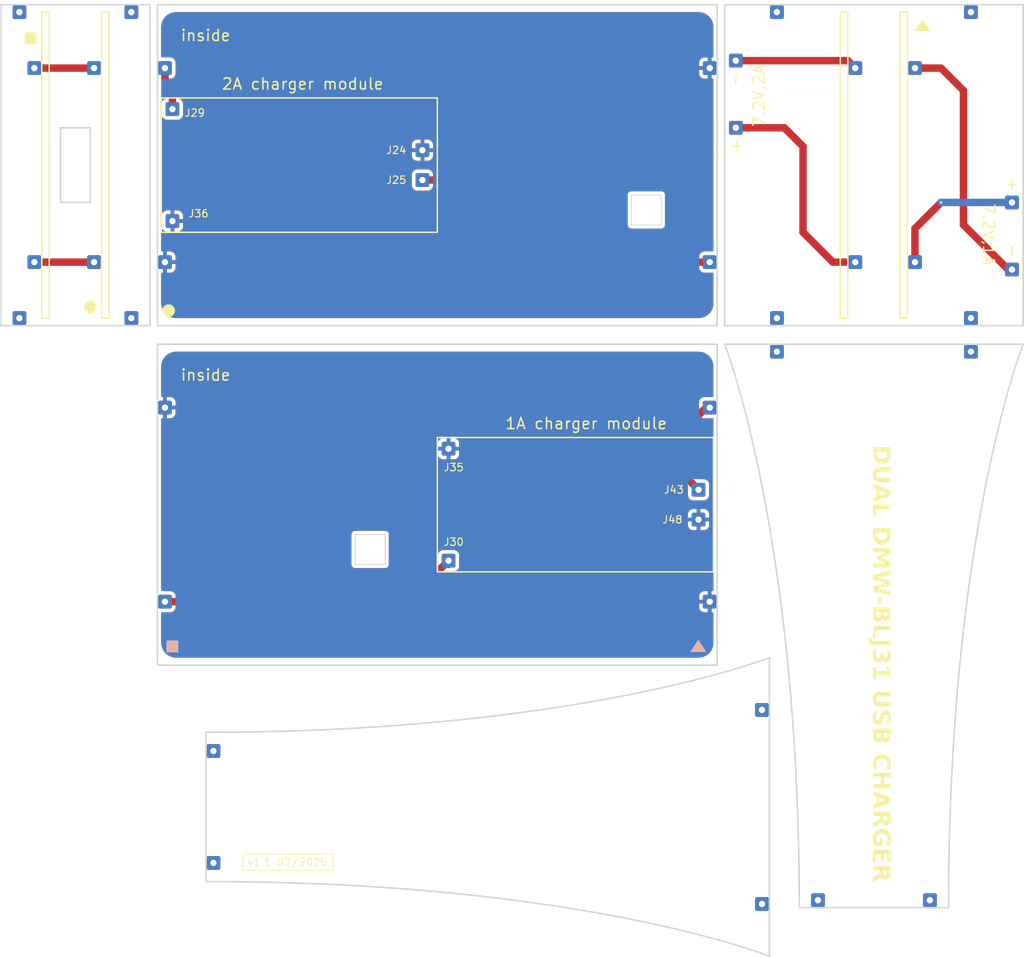
<source format=kicad_pcb>
(kicad_pcb (version 20241229) (generator "pcbnew") (generator_version "9.0")
  (layers (0 "F.Cu" signal) (2 "B.Cu" signal) (13 "F.Paste" user) (15 "B.Paste" user) (5 "F.SilkS" user "F.Silkscreen") (7 "B.SilkS" user "B.Silkscreen") (1 "F.Mask" user) (3 "B.Mask" user) (25 "Edge.Cuts" user))
  (net 0 "")
  (net 1 "GND")
  (net 18 "Net-(J25-Pin_1)")
  (net 19 "Net-(J29-Pin_1)")
  (net 20 "Net-(J42-Pin_1)")
  (footprint "Connector_Wire:SolderWire-0.25sqmm_1x01_D0.65mm_OD1.7mm" (layer "F.Cu") (at 131 27.5 90)
    (property "Reference" "J12" (hide yes))
    (property "Value" "~" (hide yes))
    (pad "1" thru_hole roundrect (at 0 0 90) (size 1.85 1.85) (drill 0.85) (layers "*.Cu" "*.Mask") (roundrect_rratio 0.135135))
  )
  (footprint "Connector_Wire:SolderWire-0.25sqmm_1x01_D0.65mm_OD1.7mm" (layer "F.Cu") (at 87 101)
    (property "Reference" "J30" (at 0.697208 -2.5 0) (layer "F.SilkS"))
    (property "Value" "Vin")
    (pad "1" thru_hole roundrect (at 0 0) (size 1.85 1.85) (drill 0.85) (layers "*.Cu" "*.Mask") (roundrect_rratio 0.135135) (net 19 "Net-(J29-Pin_1)"))
  )
  (footprint "Connector_Wire:SolderWire-0.25sqmm_1x01_D0.65mm_OD1.7mm" (layer "F.Cu") (at 39.5 61)
    (property "Reference" "J38" (hide yes))
    (property "Value" "~" (hide yes))
    (pad "1" thru_hole roundrect (at 0 0) (size 1.85 1.85) (drill 0.85) (layers "*.Cu" "*.Mask") (roundrect_rratio 0.135135) (net 1 "GND"))
  )
  (footprint "Connector_Wire:SolderWire-0.25sqmm_1x01_D0.65mm_OD1.7mm" (layer "F.Cu") (at 151.5 146.5)
    (property "Reference" "J7" (hide yes))
    (property "Value" "~" (hide yes))
    (pad "1" thru_hole roundrect (at 0 0) (size 1.85 1.85) (drill 0.85) (layers "*.Cu" "*.Mask") (roundrect_rratio 0.135135))
  )
  (footprint "Connector_Wire:SolderWire-0.25sqmm_1x01_D0.65mm_OD1.7mm" (layer "F.Cu") (at 141.5 61)
    (property "Reference" "J27" (hide yes))
    (property "Value" "BAT+")
    (pad "1" thru_hole roundrect (at 0 0) (size 1.85 1.85) (drill 0.85) (layers "*.Cu" "*.Mask") (roundrect_rratio 0.135135) (net 18 "Net-(J25-Pin_1)"))
  )
  (footprint "Connector_Wire:SolderWire-0.25sqmm_1x01_D0.65mm_OD1.7mm" (layer "F.Cu") (at 49 35)
    (property "Reference" "J34" (hide yes))
    (property "Value" "~" (hide yes))
    (pad "1" thru_hole roundrect (at 0 0) (size 1.85 1.85) (drill 0.85) (layers "*.Cu" "*.Mask") (roundrect_rratio 0.135135) (net 19 "Net-(J29-Pin_1)"))
  )
  (footprint "Connector_Wire:SolderWire-0.25sqmm_1x01_D0.65mm_OD1.7mm" (layer "F.Cu") (at 125.5 43)
    (property "Reference" "J26" (hide yes))
    (property "Value" "+" (at 0 2.5 90) (layer "F.SilkS") (effects (font (size 1.5 1.5) (thickness 0.2) (bold yes))))
    (pad "1" thru_hole roundrect (at 0 0) (size 1.85 1.85) (drill 0.85) (layers "*.Cu" "*.Mask") (roundrect_rratio 0.135135) (net 18 "Net-(J25-Pin_1)"))
  )
  (footprint "Connector_Wire:SolderWire-0.25sqmm_1x01_D0.65mm_OD1.7mm" (layer "F.Cu") (at 83.5 50)
    (property "Reference" "J25" (at -3.5 0 0) (layer "F.SilkS"))
    (property "Value" "BAT+")
    (pad "1" thru_hole roundrect (at 0 0) (size 1.85 1.85) (drill 0.85) (layers "*.Cu" "*.Mask") (roundrect_rratio 0.135135) (net 18 "Net-(J25-Pin_1)"))
  )
  (footprint "Connector_Wire:SolderWire-0.25sqmm_1x01_D0.65mm_OD1.7mm" (layer "F.Cu") (at 50 40.5)
    (property "Reference" "J29" (at 3 0.5 0) (layer "F.SilkS"))
    (property "Value" "Vin")
    (pad "1" thru_hole roundrect (at 0 0) (size 1.85 1.85) (drill 0.85) (layers "*.Cu" "*.Mask") (roundrect_rratio 0.135135) (net 19 "Net-(J29-Pin_1)"))
  )
  (footprint "Connector_Wire:SolderWire-0.25sqmm_1x01_D0.65mm_OD1.7mm" (layer "F.Cu") (at 29.5 27.5 -90)
    (property "Reference" "J17" (hide yes))
    (property "Value" "~" (hide yes))
    (pad "1" thru_hole roundrect (at 0 0 270) (size 1.85 1.85) (drill 0.85) (layers "*.Cu" "*.Mask") (roundrect_rratio 0.135135))
  )
  (footprint "Connector_Wire:SolderWire-0.25sqmm_1x01_D0.65mm_OD1.7mm" (layer "F.Cu") (at 29.5 68.5 -90)
    (property "Reference" "J15" (hide yes))
    (property "Value" "~" (hide yes))
    (pad "1" thru_hole roundrect (at 0 0 270) (size 1.85 1.85) (drill 0.85) (layers "*.Cu" "*.Mask") (roundrect_rratio 0.135135))
  )
  (footprint "Connector_Wire:SolderWire-0.25sqmm_1x01_D0.65mm_OD1.7mm" (layer "F.Cu") (at 129 147)
    (property "Reference" "J6" (hide yes))
    (property "Value" "~" (hide yes))
    (pad "1" thru_hole roundrect (at 0 0) (size 1.85 1.85) (drill 0.85) (layers "*.Cu" "*.Mask") (roundrect_rratio 0.135135))
  )
  (footprint "Connector_Wire:SolderWire-0.25sqmm_1x01_D0.65mm_OD1.7mm" (layer "F.Cu") (at 122 61)
    (property "Reference" "J28" (hide yes))
    (property "Value" "BAT+")
    (pad "1" thru_hole roundrect (at 0 0) (size 1.85 1.85) (drill 0.85) (layers "*.Cu" "*.Mask") (roundrect_rratio 0.135135) (net 18 "Net-(J25-Pin_1)"))
  )
  (footprint "Connector_Wire:SolderWire-0.25sqmm_1x01_D0.65mm_OD1.7mm" (layer "F.Cu") (at 122 106.5)
    (property "Reference" "J37" (hide yes))
    (property "Value" "gnd" (hide yes))
    (pad "1" thru_hole roundrect (at 0 0) (size 1.85 1.85) (drill 0.85) (layers "*.Cu" "*.Mask") (roundrect_rratio 0.135135) (net 1 "GND"))
  )
  (footprint "Connector_Wire:SolderWire-0.25sqmm_1x01_D0.65mm_OD1.7mm" (layer "F.Cu") (at 49 80.5)
    (property "Reference" "J41" (hide yes))
    (property "Value" "~" (hide yes))
    (pad "1" thru_hole roundrect (at 0 0) (size 1.85 1.85) (drill 0.85) (layers "*.Cu" "*.Mask") (roundrect_rratio 0.135135) (net 1 "GND"))
  )
  (footprint "Connector_Wire:SolderWire-0.25sqmm_1x01_D0.65mm_OD1.7mm" (layer "F.Cu") (at 162.5 62)
    (property "Reference" "J46" (hide yes))
    (property "Value" "-" (at -0.080343 -2.536154 270) (layer "F.SilkS") (effects (font (size 1.5 1.5) (thickness 0.2) (bold yes))))
    (pad "1" thru_hole roundrect (at 0 0) (size 1.85 1.85) (drill 0.85) (layers "*.Cu" "*.Mask") (roundrect_rratio 0.135135) (net 1 "GND"))
  )
  (footprint "Connector_Wire:SolderWire-0.25sqmm_1x01_D0.65mm_OD1.7mm" (layer "F.Cu") (at 131 73 -90)
    (property "Reference" "J9" (hide yes))
    (property "Value" "~" (hide yes))
    (pad "1" thru_hole roundrect (at 0 0 270) (size 1.85 1.85) (drill 0.85) (layers "*.Cu" "*.Mask") (roundrect_rratio 0.135135))
  )
  (footprint "Connector_Wire:SolderWire-0.25sqmm_1x01_D0.65mm_OD1.7mm" (layer "F.Cu") (at 120.5 95.5)
    (property "Reference" "J48" (at -3.5 0 0) (layer "F.SilkS"))
    (property "Value" "BAT-")
    (pad "1" thru_hole roundrect (at 0 0) (size 1.85 1.85) (drill 0.85) (layers "*.Cu" "*.Mask") (roundrect_rratio 0.135135) (net 1 "GND"))
  )
  (footprint "Connector_Wire:SolderWire-0.25sqmm_1x01_D0.65mm_OD1.7mm" (layer "F.Cu") (at 122 80.5)
    (property "Reference" "J42" (hide yes))
    (property "Value" "BAT+" (hide yes))
    (pad "1" thru_hole roundrect (at 0 0) (size 1.85 1.85) (drill 0.85) (layers "*.Cu" "*.Mask") (roundrect_rratio 0.135135) (net 20 "Net-(J42-Pin_1)"))
  )
  (footprint "Connector_Wire:SolderWire-0.25sqmm_1x01_D0.65mm_OD1.7mm" (layer "F.Cu") (at 31.5 61)
    (property "Reference" "J40" (hide yes))
    (property "Value" "~" (hide yes))
    (pad "1" thru_hole roundrect (at 0 0) (size 1.85 1.85) (drill 0.85) (layers "*.Cu" "*.Mask") (roundrect_rratio 0.135135) (net 1 "GND"))
  )
  (footprint "Connector_Wire:SolderWire-0.25sqmm_1x01_D0.65mm_OD1.7mm" (layer "F.Cu") (at 162.5 53)
    (property "Reference" "J44" (hide yes))
    (property "Value" "+" (at 0 -2.5 180) (layer "F.SilkS") (effects (font (size 1.5 1.5) (thickness 0.2) (bold yes))))
    (pad "1" thru_hole roundrect (at 0 0) (size 1.85 1.85) (drill 0.85) (layers "*.Cu" "*.Mask") (roundrect_rratio 0.135135) (net 20 "Net-(J42-Pin_1)"))
  )
  (footprint "Connector_Wire:SolderWire-0.25sqmm_1x01_D0.65mm_OD1.7mm" (layer "F.Cu") (at 50 55.5)
    (property "Reference" "J36" (at 3.5 -1 0) (layer "F.SilkS"))
    (property "Value" "gnd")
    (pad "1" thru_hole roundrect (at 0 0) (size 1.85 1.85) (drill 0.85) (layers "*.Cu" "*.Mask") (roundrect_rratio 0.135135) (net 1 "GND"))
  )
  (footprint "Connector_Wire:SolderWire-0.25sqmm_1x01_D0.65mm_OD1.7mm" (layer "F.Cu") (at 157 27.5 90)
    (property "Reference" "J10" (hide yes))
    (property "Value" "~" (hide yes))
    (pad "1" thru_hole roundrect (at 0 0 90) (size 1.85 1.85) (drill 0.85) (layers "*.Cu" "*.Mask") (roundrect_rratio 0.135135))
  )
  (footprint "Connector_Wire:SolderWire-0.25sqmm_1x01_D0.65mm_OD1.7mm" (layer "F.Cu") (at 44.5 27.5 90)
    (property "Reference" "J18" (hide yes))
    (property "Value" "~" (hide yes))
    (pad "1" thru_hole roundrect (at 0 0 90) (size 1.85 1.85) (drill 0.85) (layers "*.Cu" "*.Mask") (roundrect_rratio 0.135135))
  )
  (footprint "Connector_Wire:SolderWire-0.25sqmm_1x01_D0.65mm_OD1.7mm" (layer "F.Cu") (at 44.5 68.5 90)
    (property "Reference" "J16" (hide yes))
    (property "Value" "~" (hide yes))
    (pad "1" thru_hole roundrect (at 0 0 90) (size 1.85 1.85) (drill 0.85) (layers "*.Cu" "*.Mask") (roundrect_rratio 0.135135))
  )
  (footprint "Connector_Wire:SolderWire-0.25sqmm_1x01_D0.65mm_OD1.7mm" (layer "F.Cu") (at 122 35)
    (property "Reference" "J21" (hide yes))
    (property "Value" "BAT-")
    (pad "1" thru_hole roundrect (at 0 0) (size 1.85 1.85) (drill 0.85) (layers "*.Cu" "*.Mask") (roundrect_rratio 0.135135) (net 1 "GND"))
  )
  (footprint "Connector_Wire:SolderWire-0.25sqmm_1x01_D0.65mm_OD1.7mm" (layer "F.Cu") (at 87 86)
    (property "Reference" "J35" (at 0.697208 2.5 0) (layer "F.SilkS"))
    (property "Value" "gnd")
    (pad "1" thru_hole roundrect (at 0 0) (size 1.85 1.85) (drill 0.85) (layers "*.Cu" "*.Mask") (roundrect_rratio 0.135135) (net 1 "GND"))
  )
  (footprint "Connector_Wire:SolderWire-0.25sqmm_1x01_D0.65mm_OD1.7mm" (layer "F.Cu") (at 55.5 141.5)
    (property "Reference" "J20" (hide yes))
    (property "Value" "~" (hide yes))
    (pad "1" thru_hole roundrect (at 0 0) (size 1.85 1.85) (drill 0.85) (layers "*.Cu" "*.Mask") (roundrect_rratio 0.135135))
  )
  (footprint "Connector_Wire:SolderWire-0.25sqmm_1x01_D0.65mm_OD1.7mm" (layer "F.Cu") (at 49 106.5)
    (property "Reference" "J32" (hide yes))
    (property "Value" "~" (hide yes))
    (pad "1" thru_hole roundrect (at 0 0) (size 1.85 1.85) (drill 0.85) (layers "*.Cu" "*.Mask") (roundrect_rratio 0.135135) (net 19 "Net-(J29-Pin_1)"))
  )
  (footprint "Connector_Wire:SolderWire-0.25sqmm_1x01_D0.65mm_OD1.7mm" (layer "F.Cu") (at 39.5 35)
    (property "Reference" "J33" (hide yes))
    (property "Value" "~" (hide yes))
    (pad "1" thru_hole roundrect (at 0 0) (size 1.85 1.85) (drill 0.85) (layers "*.Cu" "*.Mask") (roundrect_rratio 0.135135) (net 19 "Net-(J29-Pin_1)"))
  )
  (footprint "Connector_Wire:SolderWire-0.25sqmm_1x01_D0.65mm_OD1.7mm" (layer "F.Cu") (at 149.5 35)
    (property "Reference" "J47" (hide yes))
    (property "Value" "gnd")
    (pad "1" thru_hole roundrect (at 0 0) (size 1.85 1.85) (drill 0.85) (layers "*.Cu" "*.Mask") (roundrect_rratio 0.135135) (net 1 "GND"))
  )
  (footprint "Connector_Wire:SolderWire-0.25sqmm_1x01_D0.65mm_OD1.7mm" (layer "F.Cu") (at 55.5 126.5)
    (property "Reference" "J19" (hide yes))
    (property "Value" "~" (hide yes))
    (pad "1" thru_hole roundrect (at 0 0) (size 1.85 1.85) (drill 0.85) (layers "*.Cu" "*.Mask") (roundrect_rratio 0.135135))
  )
  (footprint "Connector_Wire:SolderWire-0.25sqmm_1x01_D0.65mm_OD1.7mm" (layer "F.Cu") (at 157 68.5 90)
    (property "Reference" "J13" (hide yes))
    (property "Value" "~" (hide yes))
    (pad "1" thru_hole roundrect (at 0 0 90) (size 1.85 1.85) (drill 0.85) (layers "*.Cu" "*.Mask") (roundrect_rratio 0.135135))
  )
  (footprint "Connector_Wire:SolderWire-0.25sqmm_1x01_D0.65mm_OD1.7mm" (layer "F.Cu") (at 157 73 90)
    (property "Reference" "J11" (hide yes))
    (property "Value" "~" (hide yes))
    (pad "1" thru_hole roundrect (at 0 0 90) (size 1.85 1.85) (drill 0.85) (layers "*.Cu" "*.Mask") (roundrect_rratio 0.135135))
  )
  (footprint "Connector_Wire:SolderWire-0.25sqmm_1x01_D0.65mm_OD1.7mm" (layer "F.Cu") (at 141.5 35)
    (property "Reference" "J22" (hide yes))
    (property "Value" "BAT-")
    (pad "1" thru_hole roundrect (at 0 0) (size 1.85 1.85) (drill 0.85) (layers "*.Cu" "*.Mask") (roundrect_rratio 0.135135) (net 1 "GND"))
  )
  (footprint "Connector_Wire:SolderWire-0.25sqmm_1x01_D0.65mm_OD1.7mm" (layer "F.Cu") (at 136.5 146.5 90)
    (property "Reference" "J8" (hide yes))
    (property "Value" "~" (hide yes))
    (pad "1" thru_hole roundrect (at 0 0 90) (size 1.85 1.85) (drill 0.85) (layers "*.Cu" "*.Mask") (roundrect_rratio 0.135135))
  )
  (footprint "Connector_Wire:SolderWire-0.25sqmm_1x01_D0.65mm_OD1.7mm" (layer "F.Cu") (at 49 61)
    (property "Reference" "J39" (hide yes))
    (property "Value" "~" (hide yes))
    (pad "1" thru_hole roundrect (at 0 0) (size 1.85 1.85) (drill 0.85) (layers "*.Cu" "*.Mask") (roundrect_rratio 0.135135) (net 1 "GND"))
  )
  (footprint "Connector_Wire:SolderWire-0.25sqmm_1x01_D0.65mm_OD1.7mm" (layer "F.Cu") (at 149.5 61)
    (property "Reference" "J45" (hide yes))
    (property "Value" "BAT+")
    (pad "1" thru_hole roundrect (at 0 0) (size 1.85 1.85) (drill 0.85) (layers "*.Cu" "*.Mask") (roundrect_rratio 0.135135) (net 20 "Net-(J42-Pin_1)"))
  )
  (footprint "Connector_Wire:SolderWire-0.25sqmm_1x01_D0.65mm_OD1.7mm" (layer "F.Cu") (at 125.5 34)
    (property "Reference" "J23" (hide yes))
    (property "Value" "-" (at -0.127051 2.484397 90) (layer "F.SilkS") (effects (font (size 1.5 1.5) (thickness 0.2) (bold yes))))
    (pad "1" thru_hole roundrect (at 0 0) (size 1.85 1.85) (drill 0.85) (layers "*.Cu" "*.Mask") (roundrect_rratio 0.135135) (net 1 "GND"))
  )
  (footprint "Connector_Wire:SolderWire-0.25sqmm_1x01_D0.65mm_OD1.7mm" (layer "F.Cu") (at 31.5 35)
    (property "Reference" "J31" (hide yes))
    (property "Value" "~" (hide yes))
    (pad "1" thru_hole roundrect (at 0 0) (size 1.85 1.85) (drill 0.85) (layers "*.Cu" "*.Mask") (roundrect_rratio 0.135135) (net 19 "Net-(J29-Pin_1)"))
  )
  (footprint "Connector_Wire:SolderWire-0.25sqmm_1x01_D0.65mm_OD1.7mm" (layer "F.Cu") (at 131 68.5 90)
    (property "Reference" "J14" (hide yes))
    (property "Value" "~" (hide yes))
    (pad "1" thru_hole roundrect (at 0 0 90) (size 1.85 1.85) (drill 0.85) (layers "*.Cu" "*.Mask") (roundrect_rratio 0.135135))
  )
  (footprint "Connector_Wire:SolderWire-0.25sqmm_1x01_D0.65mm_OD1.7mm" (layer "F.Cu") (at 83.5 46)
    (property "Reference" "J24" (at -3.5 0 0) (layer "F.SilkS"))
    (property "Value" "BAT-")
    (pad "1" thru_hole roundrect (at 0 0) (size 1.85 1.85) (drill 0.85) (layers "*.Cu" "*.Mask") (roundrect_rratio 0.135135) (net 1 "GND"))
  )
  (footprint "Connector_Wire:SolderWire-0.25sqmm_1x01_D0.65mm_OD1.7mm" (layer "F.Cu") (at 120.5 91.5)
    (property "Reference" "J43" (at -3.302792 0 0) (layer "F.SilkS"))
    (property "Value" "BAT+")
    (pad "1" thru_hole roundrect (at 0 0) (size 1.85 1.85) (drill 0.85) (layers "*.Cu" "*.Mask") (roundrect_rratio 0.135135) (net 20 "Net-(J42-Pin_1)"))
  )
  (footprint "Connector_Wire:SolderWire-0.25sqmm_1x01_D0.65mm_OD1.7mm" (layer "F.Cu") (at 129 121)
    (property "Reference" "J5" (hide yes))
    (property "Value" "~" (hide yes))
    (pad "1" thru_hole roundrect (at 0 0) (size 1.85 1.85) (drill 0.85) (layers "*.Cu" "*.Mask") (roundrect_rratio 0.135135))
  )
  (gr_line (start 139.5 27.5) (end 139.5 68.5) (stroke (width 0.2)) (layer "F.SilkS"))
  (gr_circle (center 39 67) (end 39.8 67) (stroke (width 0.1)) (fill yes) (layer "F.SilkS"))
  (gr_rect (start 85.5 84.5) (end 122.5 102.5) (stroke (width 0.2)) (fill no) (layer "F.SilkS"))
  (gr_line (start 40.5 27.5) (end 40.5 68.5) (stroke (width 0.2)) (layer "F.SilkS"))
  (gr_line (start 41.5 27.5) (end 41.5 68.5) (stroke (width 0.2)) (layer "F.SilkS"))
  (gr_rect (start 30.25 30.25) (end 31.75 31.75) (stroke (width 0.1)) (fill yes) (layer "F.SilkS"))
  (gr_line (start 147.5 27.5) (end 148.5 27.5) (stroke (width 0.2)) (layer "F.SilkS"))
  (gr_poly (pts (xy 150.5 28.5) (xy 149.5 30) (xy 151.5 30)) (stroke (width 0.1)) (fill yes) (layer "F.SilkS"))
  (gr_line (start 32.5 27.5) (end 32.5 68.5) (stroke (width 0.2)) (layer "F.SilkS"))
  (gr_line (start 33.5 27.5) (end 33.5 68.5) (stroke (width 0.2)) (layer "F.SilkS"))
  (gr_circle (center 49.5 67.5) (end 50.3 67.5) (stroke (width 0.1)) (fill yes) (layer "F.SilkS"))
  (gr_rect (start 48.5 39) (end 85.5 57) (stroke (width 0.2)) (fill no) (layer "F.SilkS"))
  (gr_rect (start 59.5 140.339848) (end 71.5 142.5) (stroke (width 0.1)) (fill no) (layer "F.SilkS"))
  (gr_line (start 148.5 68.5) (end 147.5 68.5) (stroke (width 0.2)) (layer "F.SilkS"))
  (gr_line (start 148.5 27.5) (end 148.5 68.5) (stroke (width 0.2)) (layer "F.SilkS"))
  (gr_line (start 140.5 27.5) (end 140.5 68.5) (stroke (width 0.2)) (layer "F.SilkS"))
  (gr_line (start 139.5 27.5) (end 140.5 27.5) (stroke (width 0.2)) (layer "F.SilkS"))
  (gr_line (start 41.5 68.5) (end 40.5 68.5) (stroke (width 0.2)) (layer "F.SilkS"))
  (gr_line (start 40.5 27.5) (end 41.5 27.5) (stroke (width 0.2)) (layer "F.SilkS"))
  (gr_line (start 33.5 68.5) (end 32.5 68.5) (stroke (width 0.2)) (layer "F.SilkS"))
  (gr_line (start 32.5 27.5) (end 33.5 27.5) (stroke (width 0.2)) (layer "F.SilkS"))
  (gr_line (start 147.5 27.5) (end 147.5 68.5) (stroke (width 0.2)) (layer "F.SilkS"))
  (gr_line (start 140.5 68.5) (end 139.5 68.5) (stroke (width 0.2)) (layer "F.SilkS"))
  (gr_poly (pts (xy 120.461539 111.692308) (xy 119.461539 113.192308) (xy 121.461539 113.192308)) (stroke (width 0.1)) (fill yes) (layer "B.SilkS"))
  (gr_rect (start 49.25 111.75) (end 50.75 113.25) (stroke (width 0.1)) (fill yes) (layer "B.SilkS"))
  (gr_line (start 164 72) (end 124 72) (stroke (width 0.2)) (layer "Edge.Cuts"))
  (gr_rect (start 27 26.5) (end 47 69.5) (stroke (width 0.2)) (fill no) (layer "Edge.Cuts"))
  (gr_rect (start 48 72) (end 123 115) (stroke (width 0.2)) (fill no) (layer "Edge.Cuts"))
  (gr_curve (pts (xy 134 147.5) (xy 134 97.5) (xy 124 72) (xy 124 72)) (stroke (width 0.2)) (layer "Edge.Cuts"))
  (gr_rect (start 74.5 97.5) (end 78.5 101.5) (stroke (width 0.1)) (fill no) (layer "Edge.Cuts"))
  (gr_rect (start 35 43) (end 39 53) (stroke (width 0.2)) (fill no) (layer "Edge.Cuts"))
  (gr_rect (start 48 26.5) (end 123 69.5) (stroke (width 0.2)) (fill no) (layer "Edge.Cuts"))
  (gr_rect (start 111.5 52) (end 115.5 56) (stroke (width 0.1)) (fill no) (layer "Edge.Cuts"))
  (gr_line (start 154 147.5) (end 134 147.5) (stroke (width 0.2)) (layer "Edge.Cuts"))
  (gr_rect (start 124 26.5) (end 164 69.5) (stroke (width 0.2)) (fill no) (layer "Edge.Cuts"))
  (gr_curve (pts (xy 54.5 124) (xy 104.5 124) (xy 130 114) (xy 130 114)) (stroke (width 0.2)) (layer "Edge.Cuts"))
  (gr_curve (pts (xy 154 147.5) (xy 154 97) (xy 164 72) (xy 164 72)) (stroke (width 0.2)) (layer "Edge.Cuts"))
  (gr_line (start 54.5 144) (end 54.5 124) (stroke (width 0.2)) (layer "Edge.Cuts"))
  (gr_line (start 130 154) (end 130 114) (stroke (width 0.2)) (layer "Edge.Cuts"))
  (gr_curve (pts (xy 54.5 144) (xy 105 144) (xy 130 154) (xy 130 154)) (stroke (width 0.2)) (layer "Edge.Cuts"))
  (gr_text "7.2V,2A" (at 129.5 43 90) (layer "F.SilkS") (effects (font (size 1.5 1.5) (thickness 0.2) (bold yes)) (justify left bottom)))
  (gr_text "1A charger module" (at 94.5 83.5 0) (layer "F.SilkS") (effects (font (size 1.5 1.5) (thickness 0.2) (bold yes)) (justify left bottom)))
  (gr_text "2A charger module" (at 56.5 38 0) (layer "F.SilkS") (effects (font (size 1.5 1.5) (thickness 0.2) (bold yes)) (justify left bottom)))
  (gr_text "inside" (at 51 77 0) (layer "F.SilkS") (effects (font (size 1.5 1.5) (thickness 0.2) (bold yes)) (justify left bottom)))
  (gr_text "inside" (at 51 31.5 0) (layer "F.SilkS") (effects (font (size 1.5 1.5) (thickness 0.2) (bold yes)) (justify left bottom)))
  (gr_text "7.2V,1A" (at 158.5 53 -90) (layer "F.SilkS") (effects (font (size 1.5 1.5) (thickness 0.2) (bold yes)) (justify left bottom)))
  (gr_text "DUAL DMW-BLJ31 USB CHARGER" (at 143.5 85.5 270) (layer "F.SilkS") (effects (font (size 2.3 2.3) (thickness 0.2) (bold yes)) (justify left bottom)))
  (gr_text "v1.1 03/2025" (at 60 142 0) (layer "F.SilkS") (effects (font (size 1 1) (thickness 0.125)) (justify left bottom)))
  (segment (start 153 35) (end 149.5 35) (width 1) (layer "F.Cu") (net 1))
  (segment (start 162.5 62) (end 162 62) (width 1) (layer "F.Cu") (net 1))
  (segment (start 140.5 34) (end 141.5 35) (width 1) (layer "F.Cu") (net 1))
  (segment (start 156 56) (end 156 38) (width 1) (layer "F.Cu") (net 1))
  (segment (start 156 38) (end 153 35) (width 1) (layer "F.Cu") (net 1))
  (segment (start 39.5 61) (end 31.5 61) (width 1) (layer "F.Cu") (net 1))
  (segment (start 162 62) (end 156 56) (width 1) (layer "F.Cu") (net 1))
  (segment (start 125.5 34) (end 140.5 34) (width 1) (layer "F.Cu") (net 1))
  (segment (start 132 43) (end 125.5 43) (width 1) (layer "F.Cu") (net 18))
  (segment (start 141.5 61) (end 138.5 61) (width 1) (layer "F.Cu") (net 18))
  (segment (start 104 61) (end 93 50) (width 1) (layer "F.Cu") (net 18))
  (segment (start 93 50) (end 83.5 50) (width 1) (layer "F.Cu") (net 18))
  (segment (start 138.5 61) (end 134.5 57) (width 1) (layer "F.Cu") (net 18))
  (segment (start 134.5 45.5) (end 132 43) (width 1) (layer "F.Cu") (net 18))
  (segment (start 122 61) (end 104 61) (width 1) (layer "F.Cu") (net 18))
  (segment (start 134.5 57) (end 134.5 45.5) (width 1) (layer "F.Cu") (net 18))
  (segment (start 49 36.5) (end 50 37.5) (width 1) (layer "F.Cu") (net 19))
  (segment (start 31.5 35) (end 39.5 35) (width 1) (layer "F.Cu") (net 19))
  (segment (start 87 101.5) (end 87 101) (width 1) (layer "F.Cu") (net 19))
  (segment (start 50 37.5) (end 50 40.5) (width 1) (layer "F.Cu") (net 19))
  (segment (start 87.302792 101) (end 87.302792 101.197208) (width 1) (layer "F.Cu") (net 19))
  (segment (start 49 35) (end 49 36.5) (width 1) (layer "F.Cu") (net 19))
  (segment (start 81.5 106.5) (end 86.5 101.5) (width 1) (layer "F.Cu") (net 19))
  (segment (start 81.5 106.5) (end 49 106.5) (width 1) (layer "F.Cu") (net 19))
  (segment (start 119 90) (end 119 83) (width 1) (layer "F.Cu") (net 20))
  (segment (start 149.5 61) (end 149.5 56.5) (width 1) (layer "F.Cu") (net 20))
  (segment (start 119 83) (end 121.5 80.5) (width 1) (layer "F.Cu") (net 20))
  (segment (start 120.5 91.5) (end 119 90) (width 1) (layer "F.Cu") (net 20))
  (segment (start 120.802792 91.5) (end 120.5 91.5) (width 1) (layer "F.Cu") (net 20))
  (segment (start 149.5 56.5) (end 153 53) (width 1) (layer "F.Cu") (net 20))
  (segment (start 121.5 80.5) (end 122 80.5) (width 1) (layer "F.Cu") (net 20))
  (via (at 153 53) (size 0.6) (drill 0.3) (layers "F.Cu" "B.Cu") (net 20))
  (segment (start 153 53) (end 162.5 53) (width 1) (layer "B.Cu") (net 20))
  (zone (net 1) (net_name "GND") (layers "F.Cu" "B.Cu") (connect_pads (clearance 0.5)) (min_thickness 0.25) (fill yes (thermal_gap 0.5) (thermal_bridge_width 0.5) (smoothing fillet) (radius 2))
    (polygon (pts (xy 48.5 73) (xy 48.5 114) (xy 122.5 114) (xy 122.5 73)))
  )
  (zone (net 1) (net_name "GND") (layers "F.Cu" "B.Cu") (priority 1) (connect_pads (clearance 0.5)) (min_thickness 0.25) (fill yes (thermal_gap 0.5) (thermal_bridge_width 0.5) (smoothing fillet) (radius 2))
    (polygon (pts (xy 122.5 68.5) (xy 122.5 27.5) (xy 48.5 27.5) (xy 48.5 68.5)))
  )
)
</source>
